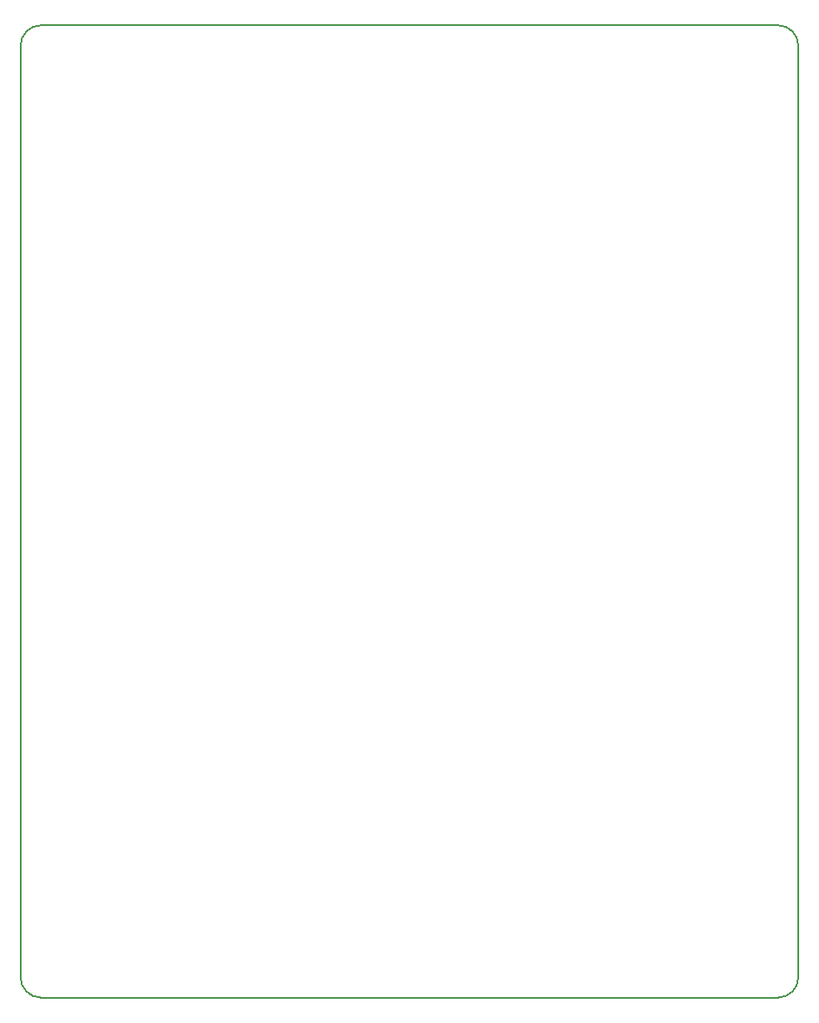
<source format=gbr>
%TF.GenerationSoftware,KiCad,Pcbnew,(6.0.10)*%
%TF.CreationDate,2023-09-03T22:57:24-04:00*%
%TF.ProjectId,NugMacro-Keypad,4e75674d-6163-4726-9f2d-4b6579706164,V3*%
%TF.SameCoordinates,Original*%
%TF.FileFunction,Profile,NP*%
%FSLAX46Y46*%
G04 Gerber Fmt 4.6, Leading zero omitted, Abs format (unit mm)*
G04 Created by KiCad (PCBNEW (6.0.10)) date 2023-09-03 22:57:24*
%MOMM*%
%LPD*%
G01*
G04 APERTURE LIST*
%TA.AperFunction,Profile*%
%ADD10C,0.200000*%
%TD*%
G04 APERTURE END LIST*
D10*
X125024190Y-45039400D02*
X178681435Y-45039400D01*
X115024190Y-45039400D02*
X125024190Y-45039400D01*
X106531365Y-140239540D02*
X178681435Y-140239540D01*
X106531365Y-45039400D02*
X106531365Y-45039400D01*
X180681400Y-47039400D02*
G75*
G03*
X178681435Y-45039400I-2000000J0D01*
G01*
X178681435Y-140239535D02*
G75*
G03*
X180681435Y-138239540I165J1999835D01*
G01*
X180681435Y-47039400D02*
X180681435Y-138239540D01*
X104531365Y-47039400D02*
X104531365Y-138239540D01*
X106531365Y-45039365D02*
G75*
G03*
X104531365Y-47039400I35J-2000035D01*
G01*
X106531365Y-45039400D02*
X115024190Y-45039400D01*
X104531360Y-138239540D02*
G75*
G03*
X106531365Y-140239540I2000040J40D01*
G01*
M02*

</source>
